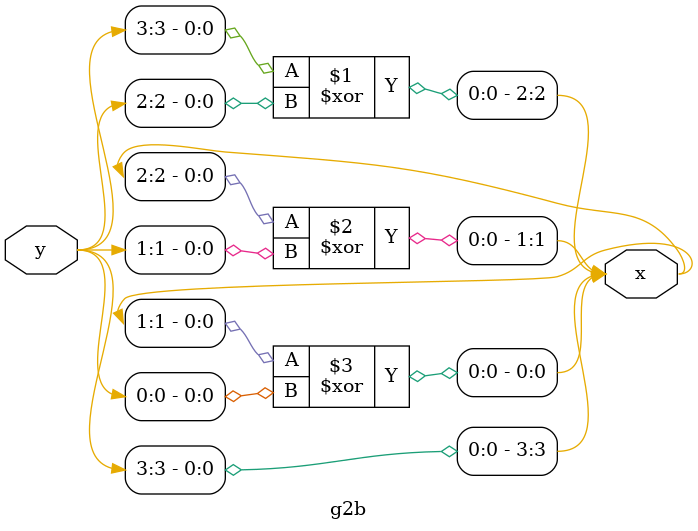
<source format=v>
module g2b (
    input [3:0]y, output [3:0]x
);
    assign x[3] = y[3];
    assign x[2] = x[3]^y[2];
    assign x[1] = x[2]^y[1];
    assign x[0] = x[1]^y[0];
endmodule
</source>
